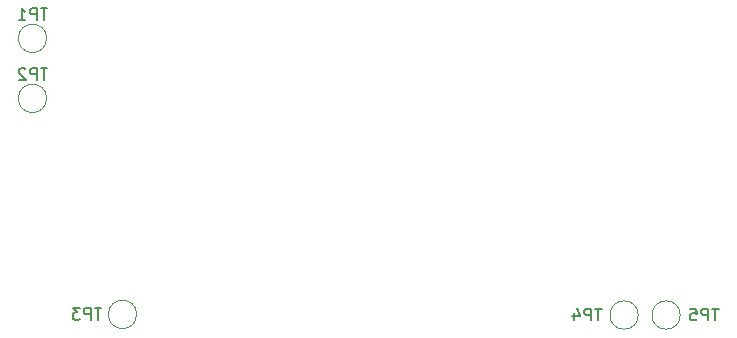
<source format=gbo>
G04 #@! TF.GenerationSoftware,KiCad,Pcbnew,6.0.10-86aedd382b~118~ubuntu18.04.1*
G04 #@! TF.CreationDate,2024-08-26T13:48:25-06:00*
G04 #@! TF.ProjectId,ckt-xing-basic,636b742d-7869-46e6-972d-62617369632e,rev?*
G04 #@! TF.SameCoordinates,Original*
G04 #@! TF.FileFunction,Legend,Bot*
G04 #@! TF.FilePolarity,Positive*
%FSLAX46Y46*%
G04 Gerber Fmt 4.6, Leading zero omitted, Abs format (unit mm)*
G04 Created by KiCad (PCBNEW 6.0.10-86aedd382b~118~ubuntu18.04.1) date 2024-08-26 13:48:25*
%MOMM*%
%LPD*%
G01*
G04 APERTURE LIST*
%ADD10C,0.150000*%
%ADD11C,0.120000*%
G04 APERTURE END LIST*
D10*
X35043904Y-59176380D02*
X34472476Y-59176380D01*
X34758190Y-60176380D02*
X34758190Y-59176380D01*
X34139142Y-60176380D02*
X34139142Y-59176380D01*
X33758190Y-59176380D01*
X33662952Y-59224000D01*
X33615333Y-59271619D01*
X33567714Y-59366857D01*
X33567714Y-59509714D01*
X33615333Y-59604952D01*
X33662952Y-59652571D01*
X33758190Y-59700190D01*
X34139142Y-59700190D01*
X33186761Y-59271619D02*
X33139142Y-59224000D01*
X33043904Y-59176380D01*
X32805809Y-59176380D01*
X32710571Y-59224000D01*
X32662952Y-59271619D01*
X32615333Y-59366857D01*
X32615333Y-59462095D01*
X32662952Y-59604952D01*
X33234380Y-60176380D01*
X32615333Y-60176380D01*
X81962904Y-79520380D02*
X81391476Y-79520380D01*
X81677190Y-80520380D02*
X81677190Y-79520380D01*
X81058142Y-80520380D02*
X81058142Y-79520380D01*
X80677190Y-79520380D01*
X80581952Y-79568000D01*
X80534333Y-79615619D01*
X80486714Y-79710857D01*
X80486714Y-79853714D01*
X80534333Y-79948952D01*
X80581952Y-79996571D01*
X80677190Y-80044190D01*
X81058142Y-80044190D01*
X79629571Y-79853714D02*
X79629571Y-80520380D01*
X79867666Y-79472761D02*
X80105761Y-80187047D01*
X79486714Y-80187047D01*
X35043904Y-54096380D02*
X34472476Y-54096380D01*
X34758190Y-55096380D02*
X34758190Y-54096380D01*
X34139142Y-55096380D02*
X34139142Y-54096380D01*
X33758190Y-54096380D01*
X33662952Y-54144000D01*
X33615333Y-54191619D01*
X33567714Y-54286857D01*
X33567714Y-54429714D01*
X33615333Y-54524952D01*
X33662952Y-54572571D01*
X33758190Y-54620190D01*
X34139142Y-54620190D01*
X32615333Y-55096380D02*
X33186761Y-55096380D01*
X32901047Y-55096380D02*
X32901047Y-54096380D01*
X32996285Y-54239238D01*
X33091523Y-54334476D01*
X33186761Y-54382095D01*
X91868904Y-79520380D02*
X91297476Y-79520380D01*
X91583190Y-80520380D02*
X91583190Y-79520380D01*
X90964142Y-80520380D02*
X90964142Y-79520380D01*
X90583190Y-79520380D01*
X90487952Y-79568000D01*
X90440333Y-79615619D01*
X90392714Y-79710857D01*
X90392714Y-79853714D01*
X90440333Y-79948952D01*
X90487952Y-79996571D01*
X90583190Y-80044190D01*
X90964142Y-80044190D01*
X89487952Y-79520380D02*
X89964142Y-79520380D01*
X90011761Y-79996571D01*
X89964142Y-79948952D01*
X89868904Y-79901333D01*
X89630809Y-79901333D01*
X89535571Y-79948952D01*
X89487952Y-79996571D01*
X89440333Y-80091809D01*
X89440333Y-80329904D01*
X89487952Y-80425142D01*
X89535571Y-80472761D01*
X89630809Y-80520380D01*
X89868904Y-80520380D01*
X89964142Y-80472761D01*
X90011761Y-80425142D01*
X39615904Y-79462380D02*
X39044476Y-79462380D01*
X39330190Y-80462380D02*
X39330190Y-79462380D01*
X38711142Y-80462380D02*
X38711142Y-79462380D01*
X38330190Y-79462380D01*
X38234952Y-79510000D01*
X38187333Y-79557619D01*
X38139714Y-79652857D01*
X38139714Y-79795714D01*
X38187333Y-79890952D01*
X38234952Y-79938571D01*
X38330190Y-79986190D01*
X38711142Y-79986190D01*
X37806380Y-79462380D02*
X37187333Y-79462380D01*
X37520666Y-79843333D01*
X37377809Y-79843333D01*
X37282571Y-79890952D01*
X37234952Y-79938571D01*
X37187333Y-80033809D01*
X37187333Y-80271904D01*
X37234952Y-80367142D01*
X37282571Y-80414761D01*
X37377809Y-80462380D01*
X37663523Y-80462380D01*
X37758761Y-80414761D01*
X37806380Y-80367142D01*
D11*
X34982000Y-61722000D02*
G75*
G03*
X34982000Y-61722000I-1200000J0D01*
G01*
X85076000Y-80068000D02*
G75*
G03*
X85076000Y-80068000I-1200000J0D01*
G01*
X34982000Y-56642000D02*
G75*
G03*
X34982000Y-56642000I-1200000J0D01*
G01*
X88632000Y-80068000D02*
G75*
G03*
X88632000Y-80068000I-1200000J0D01*
G01*
X42602000Y-80010000D02*
G75*
G03*
X42602000Y-80010000I-1200000J0D01*
G01*
M02*

</source>
